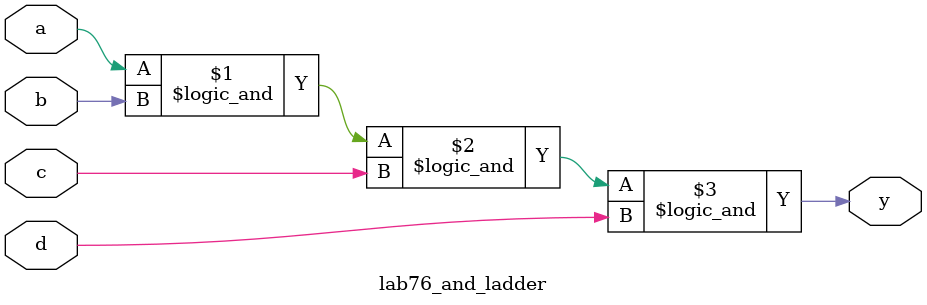
<source format=v>
`timescale 1ns / 1ps


module lab76_and_ladder(
                    input a, b, c, d, 
                    output y
    );

assign y = a && b && c && d ;    
   
endmodule

</source>
